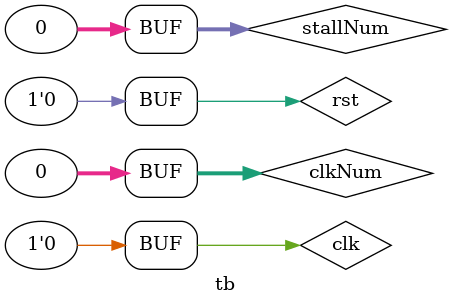
<source format=v>

module tb;
reg clk, rst;
integer clkNum=0, stallNum=0;
mips_top uut(clk, rst);

initial begin
	clk=1'b0;
	repeat(2000) begin 
		#5 clk = !clk;
		if(clk) begin
			clkNum=clkNum+1;
			if(uut.stall)
				stallNum = stallNum+1;
		end
	end
end

initial begin
	rst=1'b1;
	# 10 rst =1'b0;
end

endmodule

</source>
